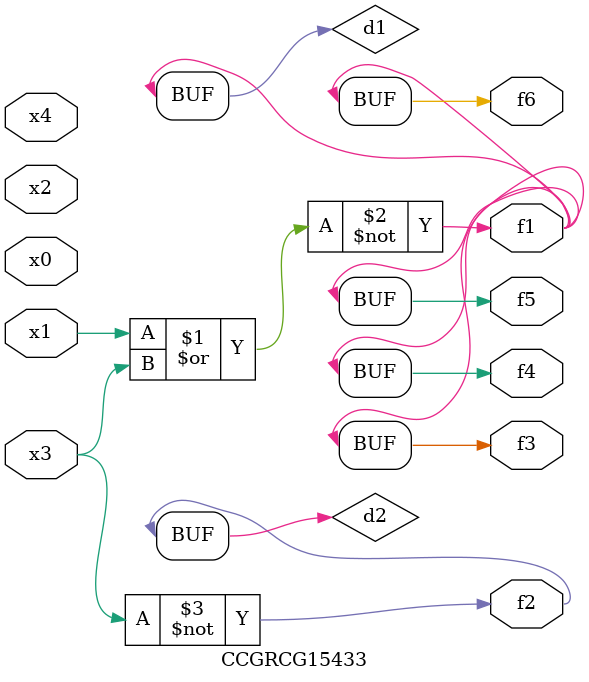
<source format=v>
module CCGRCG15433(
	input x0, x1, x2, x3, x4,
	output f1, f2, f3, f4, f5, f6
);

	wire d1, d2;

	nor (d1, x1, x3);
	not (d2, x3);
	assign f1 = d1;
	assign f2 = d2;
	assign f3 = d1;
	assign f4 = d1;
	assign f5 = d1;
	assign f6 = d1;
endmodule

</source>
